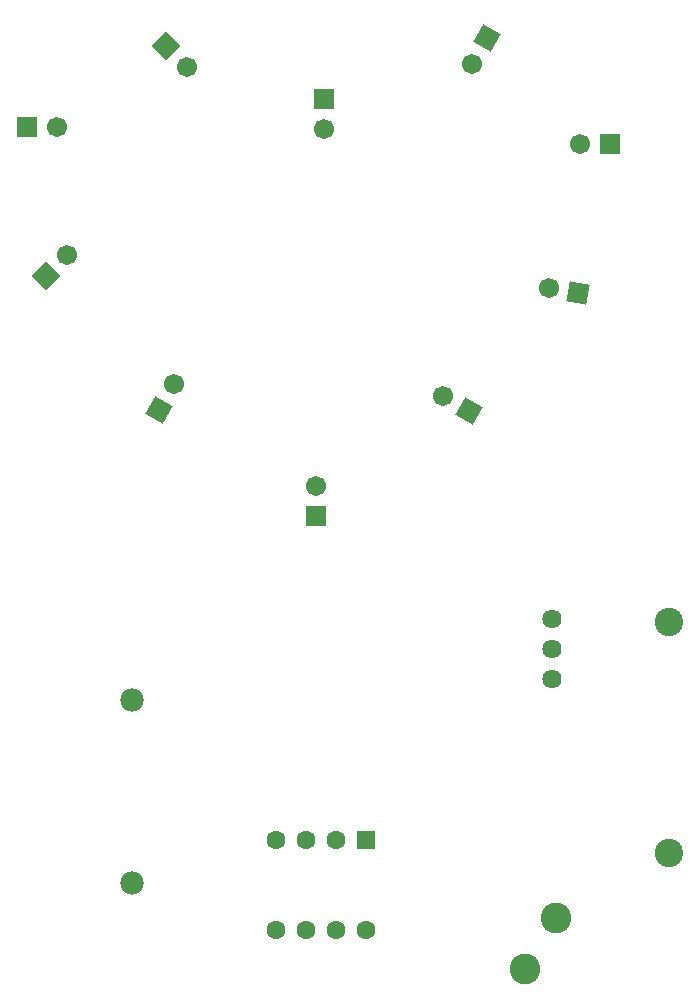
<source format=gbs>
G04 Layer: BottomSolderMaskLayer*
G04 EasyEDA v6.5.44, 2024-08-08 08:25:12*
G04 3ea92b5279af498992845473a6f1f495,b0d0efe6ac584fe99c24f131b36d675a,10*
G04 Gerber Generator version 0.2*
G04 Scale: 100 percent, Rotated: No, Reflected: No *
G04 Dimensions in millimeters *
G04 leading zeros omitted , absolute positions ,4 integer and 5 decimal *
%FSLAX45Y45*%
%MOMM*%

%AMMACRO1*4,1,8,-0.7711,-0.8009,-0.8009,-0.7709,-0.8009,0.7711,-0.7711,0.8009,0.7709,0.8009,0.8009,0.7711,0.8009,-0.7709,0.7709,-0.8009,-0.7711,-0.8009,0*%
%AMMACRO2*4,1,8,-0.0208,-1.1821,-1.1821,-0.0211,-1.1821,0.0208,-0.0208,1.1821,0.0211,1.1821,1.1821,0.0208,1.1821,-0.0211,0.0211,-1.1821,-0.0208,-1.1821,0*%
%AMMACRO3*4,1,8,-0.8212,-0.8509,-0.8509,-0.8209,-0.8509,0.8212,-0.8212,0.8509,0.8209,0.8509,0.8509,0.8212,0.8509,-0.8209,0.8209,-0.8509,-0.8212,-0.8509,0*%
%AMMACRO4*4,1,8,0.2856,-1.1473,-1.1363,-0.3261,-1.1472,-0.2855,-0.3263,1.1364,-0.2856,1.1473,1.1363,0.3264,1.1472,0.2858,0.3263,-1.1364,0.2856,-1.1473,0*%
%AMMACRO5*4,1,8,0.2855,-1.1472,-1.1364,-0.3263,-1.1473,-0.2856,-0.3264,1.1363,-0.2858,1.1472,1.1364,0.3263,1.1473,0.2856,0.3261,-1.1363,0.2855,-1.1472,0*%
%AMMACRO6*4,1,8,0.6608,-0.9804,-0.9564,-0.6952,-0.9806,-0.6607,-0.6953,0.9563,-0.6608,0.9804,0.9564,0.6955,0.9806,0.6609,0.6953,-0.9563,0.6608,-0.9804,0*%
%AMMACRO7*4,1,8,0.2856,-1.1473,-1.1363,-0.3264,-1.1472,-0.2857,-0.3263,1.1364,-0.2856,1.1473,1.1363,0.3261,1.1472,0.2855,0.3263,-1.1364,0.2856,-1.1473,0*%
%ADD10MACRO1*%
%ADD11C,1.6016*%
%ADD12C,1.6256*%
%ADD13C,2.4016*%
%ADD14C,1.9812*%
%ADD15MACRO2*%
%ADD16C,1.7016*%
%ADD17MACRO3*%
%ADD18MACRO4*%
%ADD19MACRO5*%
%ADD20MACRO6*%
%ADD21MACRO7*%
%ADD22C,2.6016*%

%LPD*%
D10*
G01*
X1016000Y-3644900D03*
D11*
G01*
X762000Y-3644900D03*
G01*
X508000Y-3644900D03*
G01*
X254000Y-3644900D03*
G01*
X1016000Y-4406900D03*
G01*
X762000Y-4406900D03*
G01*
X508000Y-4406900D03*
G01*
X254000Y-4406900D03*
D12*
G01*
X2590800Y-2032000D03*
G01*
X2590800Y-2286000D03*
G01*
X2590800Y-1778000D03*
D13*
G01*
X3581400Y-3756304D03*
G01*
X3581400Y-1806295D03*
D14*
G01*
X-965200Y-2463495D03*
G01*
X-965200Y-4013504D03*
D15*
G01*
X-674014Y3074314D03*
D16*
G01*
X-494385Y2894685D03*
D17*
G01*
X-1854200Y2387600D03*
D16*
G01*
X-1600200Y2387600D03*
D15*
G01*
X-1690014Y1129411D03*
D16*
G01*
X-1510385Y1308988D03*
D18*
G01*
X-736612Y-8382D03*
D16*
G01*
X-609600Y211581D03*
D17*
G01*
X596900Y-901700D03*
D16*
G01*
X596900Y-647700D03*
D17*
G01*
X660400Y2628900D03*
D16*
G01*
X660400Y2374900D03*
D19*
G01*
X1887981Y-12687D03*
D16*
G01*
X1668018Y114300D03*
D20*
G01*
X2817456Y981252D03*
D16*
G01*
X2567330Y1025347D03*
D17*
G01*
X3086100Y2247900D03*
D16*
G01*
X2832100Y2247900D03*
D21*
G01*
X2044687Y3145307D03*
D16*
G01*
X1917700Y2925318D03*
D22*
G01*
X2362200Y-4737100D03*
G01*
X2628900Y-4305300D03*
M02*

</source>
